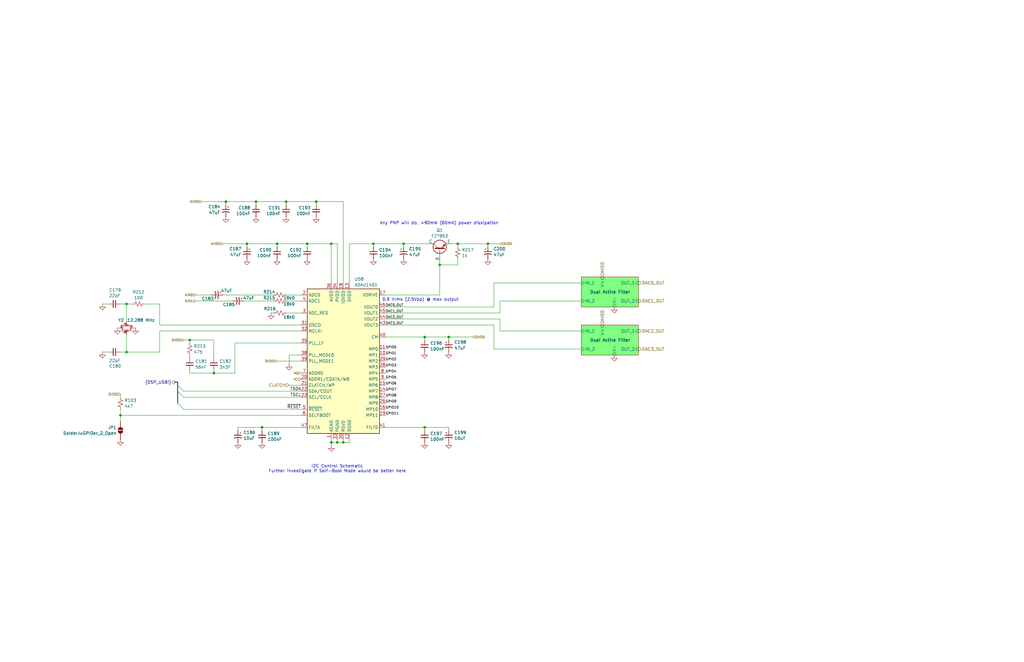
<source format=kicad_sch>
(kicad_sch (version 20250114) (generator "eeschema") (generator_version "9.0")
  (paper "B")
  (lib_symbols
    (symbol "DSP_AnalogDevices:ADAU1701"
      (property "Reference" "U" (at -12.7 31.75 0))
      (property "Value" "ADAU1701" (at 3.81 31.75 0))
      (symbol "ADAU1701_0_1"
        (rectangle (start -15.24 30.48) (end 15.24 -30.48) (stroke (width 0.254)) (fill (type background)))
      )
      (symbol "ADAU1701_1_1"
        (pin input line (at -17.78 27.94 0) (length 2.54) (name "ADC0") (number "2"))
        (pin input line (at -17.78 25.4 0) (length 2.54) (name "ADC1") (number "4"))
        (pin passive line (at -17.78 20.32 0) (length 2.54) (name "ADC_RES") (number "3"))
        (pin passive line (at -17.78 15.24 0) (length 2.54) (name "OSCO") (number "31"))
        (pin passive line (at -17.78 12.7 0) (length 2.54) (name "MCLKI") (number "32"))
        (pin passive line (at -17.78 7.62 0) (length 2.54) (name "PLL_LF") (number "35"))
        (pin input line (at -17.78 2.54 0) (length 2.54) (name "PLL_MODE0") (number "38"))
        (pin input line (at -17.78 0 0) (length 2.54) (name "PLL_MODE1") (number "39"))
        (pin input line (at -17.78 -5.08 0) (length 2.54) (name "ADDR0") (number "7"))
        (pin input line (at -17.78 -7.62 0) (length 2.54) (name "ADDR1/CDATA/WB") (number "20"))
        (pin bidirectional line (at -17.78 -10.16 0) (length 2.54) (name "CLATCH/WP") (number "21"))
        (pin bidirectional line (at -17.78 -12.7 0) (length 2.54) (name "SDA/COUT") (number "22"))
        (pin bidirectional line (at -17.78 -15.24 0) (length 2.54) (name "SCL/CCLK") (number "23"))
        (pin input line (at -17.78 -20.32 0) (length 2.54) (name "~{RESET}") (number "5"))
        (pin input line (at -17.78 -22.86 0) (length 2.54) (name "SELFBOOT") (number "6"))
        (pin output line (at -17.78 -27.94 0) (length 2.54) (name "FILTA") (number "47"))
        (pin power_in line (at -5.08 33.02 270) (length 2.54) (name "AVDD") (number "36"))
        (pin passive line (at -5.08 33.02 270) (length 2.54) (hide yes) (name "AVDD") (number "48"))
        (pin power_in line (at -5.08 -33.02 90) (length 2.54) (name "AGND") (number "1"))
        (pin passive line (at -5.08 -33.02 90) (length 2.54) (hide yes) (name "AGND") (number "37"))
        (pin passive line (at -5.08 -33.02 90) (length 2.54) (hide yes) (name "AGND") (number "42"))
        (pin power_in line (at -2.54 33.02 270) (length 2.54) (name "PVDD") (number "34"))
        (pin power_in line (at -2.54 -33.02 90) (length 2.54) (name "PGND") (number "33"))
        (pin power_in line (at 0 33.02 270) (length 2.54) (name "IOVDD") (number "18"))
        (pin passive line (at 0 -33.02 90) (length 2.54) (name "RSVD") (number "30"))
        (pin power_in line (at 2.54 33.02 270) (length 2.54) (name "DVDD") (number "13"))
        (pin passive line (at 2.54 33.02 270) (length 2.54) (hide yes) (name "DVDD") (number "24"))
        (pin power_in line (at 2.54 -33.02 90) (length 2.54) (name "DGND") (number "12"))
        (pin passive line (at 2.54 -33.02 90) (length 2.54) (hide yes) (name "DGND") (number "25"))
        (pin output line (at 17.78 27.94 180) (length 2.54) (name "VDRIVE") (number "17"))
        (pin output line (at 17.78 22.86 180) (length 2.54) (name "VOUT0") (number "46"))
        (pin output line (at 17.78 20.32 180) (length 2.54) (name "VOUT1") (number "45"))
        (pin output line (at 17.78 17.78 180) (length 2.54) (name "VOUT2") (number "44"))
        (pin output line (at 17.78 15.24 180) (length 2.54) (name "VOUT3") (number "43"))
        (pin output line (at 17.78 10.16 180) (length 2.54) (name "CM") (number "40"))
        (pin bidirectional line (at 17.78 5.08 180) (length 2.54) (name "MP0") (number "11"))
        (pin bidirectional line (at 17.78 2.54 180) (length 2.54) (name "MP1") (number "10"))
        (pin bidirectional line (at 17.78 0 180) (length 2.54) (name "MP2") (number "29"))
        (pin bidirectional line (at 17.78 -2.54 180) (length 2.54) (name "MP3") (number "28"))
        (pin bidirectional line (at 17.78 -5.08 180) (length 2.54) (name "MP4") (number "8"))
        (pin bidirectional line (at 17.78 -7.62 180) (length 2.54) (name "MP5") (number "9"))
        (pin bidirectional line (at 17.78 -10.16 180) (length 2.54) (name "MP6") (number "15"))
        (pin bidirectional line (at 17.78 -12.7 180) (length 2.54) (name "MP7") (number "14"))
        (pin bidirectional line (at 17.78 -15.24 180) (length 2.54) (name "MP8") (number "27"))
        (pin bidirectional line (at 17.78 -17.78 180) (length 2.54) (name "MP9") (number "26"))
        (pin bidirectional line (at 17.78 -20.32 180) (length 2.54) (name "MP10") (number "16"))
        (pin bidirectional line (at 17.78 -22.86 180) (length 2.54) (name "MP11") (number "19"))
        (pin output line (at 17.78 -27.94 180) (length 2.54) (name "FILTD") (number "41"))
      )
    )
    (symbol "Device:C_Polarized_Small_US" (pin_numbers (hide yes)) (pin_names (offset 0.254) (hide yes))
      (property "Reference" "C" (at 0.254 1.778 0))
      (property "Value" "C_Polarized_Small_US" (at 0.254 -2.032 0))
      (symbol "C_Polarized_Small_US_0_1"
        (polyline (pts (xy -1.524 0.508) (xy 1.524 0.508)) (stroke (width 0.3048)))
        (polyline (pts (xy -1.27 1.524) (xy -0.762 1.524)))
        (polyline (pts (xy -1.016 1.27) (xy -1.016 1.778)))
        (arc (start -1.524 -0.762) (mid 0 -0.3734) (end 1.524 -0.762) (stroke (width 0.3048)))
      )
      (symbol "C_Polarized_Small_US_1_1"
        (pin passive line (at 0 2.54 270) (length 2.032) (name "~") (number "1"))
        (pin passive line (at 0 -2.54 90) (length 2.032) (name "~") (number "2"))
      )
    )
    (symbol "Device:C_Small" (pin_numbers (hide yes)) (pin_names (offset 0.254) (hide yes))
      (property "Reference" "C" (at 0.254 1.778 0))
      (property "Value" "C_Small" (at 0.254 -2.032 0))
      (symbol "C_Small_0_1"
        (polyline (pts (xy -1.524 0.508) (xy 1.524 0.508)) (stroke (width 0.3048)))
        (polyline (pts (xy -1.524 -0.508) (xy 1.524 -0.508)) (stroke (width 0.3302)))
      )
      (symbol "C_Small_1_1"
        (pin passive line (at 0 2.54 270) (length 2.032) (name "~") (number "1"))
        (pin passive line (at 0 -2.54 90) (length 2.032) (name "~") (number "2"))
      )
    )
    (symbol "Device:Crystal_GND24_Small" (pin_names (offset 1.016) (hide yes))
      (property "Reference" "Y" (at 1.27 4.445 0))
      (property "Value" "Crystal_GND24_Small" (at 1.27 2.54 0))
      (symbol "Crystal_GND24_Small_0_1"
        (polyline (pts (xy -1.27 1.27) (xy -1.27 1.905) (xy 1.27 1.905) (xy 1.27 1.27)))
        (polyline (pts (xy -1.27 -0.762) (xy -1.27 0.762)) (stroke (width 0.381)))
        (polyline (pts (xy -1.27 -1.27) (xy -1.27 -1.905) (xy 1.27 -1.905) (xy 1.27 -1.27)))
        (rectangle (start -0.762 -1.524) (end 0.762 1.524))
        (polyline (pts (xy 1.27 -0.762) (xy 1.27 0.762)) (stroke (width 0.381)))
      )
      (symbol "Crystal_GND24_Small_1_1"
        (pin passive line (at -2.54 0 0) (length 1.27) (name "1") (number "1"))
        (pin passive line (at 0 2.54 270) (length 0.635) (name "4") (number "4"))
        (pin passive line (at 0 -2.54 90) (length 0.635) (name "2") (number "2"))
        (pin passive line (at 2.54 0 180) (length 1.27) (name "3") (number "3"))
      )
    )
    (symbol "Device:R_Small_US" (pin_numbers (hide yes)) (pin_names (offset 0.254) (hide yes))
      (property "Reference" "R" (at 0.762 0.508 0))
      (property "Value" "R_Small_US" (at 0.762 -1.016 0))
      (symbol "R_Small_US_1_1"
        (polyline (pts (xy 0 1.524) (xy 1.016 1.143) (xy 0 0.762) (xy -1.016 0.381) (xy 0 0)))
        (polyline (pts (xy 0 0) (xy 1.016 -0.381) (xy 0 -0.762) (xy -1.016 -1.143) (xy 0 -1.524)))
        (pin passive line (at 0 2.54 270) (length 1.016) (name "~") (number "1"))
        (pin passive line (at 0 -2.54 90) (length 1.016) (name "~") (number "2"))
      )
    )
    (symbol "Jumper:SolderJumper_2_Open" (pin_numbers (hide yes)) (pin_names (offset 0) (hide yes)) (exclude_from_sim yes) (in_bom no)
      (property "Reference" "JP" (at 0 2.032 0))
      (property "Value" "SolderJumper_2_Open" (at 0 -2.54 0))
      (symbol "SolderJumper_2_Open_0_1"
        (polyline (pts (xy -0.254 1.016) (xy -0.254 -1.016)))
        (arc (start -0.254 -1.016) (mid -1.2656 0) (end -0.254 1.016))
        (arc (start -0.254 -1.016) (mid -1.2656 0) (end -0.254 1.016) (fill (type outline)))
        (arc (start 0.254 1.016) (mid 1.2656 0) (end 0.254 -1.016))
        (arc (start 0.254 1.016) (mid 1.2656 0) (end 0.254 -1.016) (fill (type outline)))
        (polyline (pts (xy 0.254 1.016) (xy 0.254 -1.016)))
      )
      (symbol "SolderJumper_2_Open_1_1"
        (pin passive line (at -3.81 0 0) (length 2.54) (name "A") (number "1"))
        (pin passive line (at 3.81 0 180) (length 2.54) (name "B") (number "2"))
      )
    )
    (symbol "Simulation_SPICE:PNP" (pin_numbers (hide yes)) (pin_names (offset 0))
      (property "Reference" "Q" (at -2.54 7.62 0))
      (property "Value" "PNP" (at -2.54 5.08 0))
      (symbol "PNP_0_1"
        (polyline (pts (xy -2.54 0) (xy 0.635 0)) (stroke (width 0.1524)))
        (polyline (pts (xy 0.635 1.905) (xy 0.635 -1.905) (xy 0.635 -1.905)) (stroke (width 0.508)))
        (polyline (pts (xy 0.635 0.635) (xy 2.54 2.54)))
        (polyline (pts (xy 0.635 -0.635) (xy 2.54 -2.54) (xy 2.54 -2.54)))
        (circle (center 1.27 0) (radius 2.8194) (stroke (width 0.254)))
        (polyline (pts (xy 2.286 -1.778) (xy 1.778 -2.286) (xy 1.27 -1.27) (xy 2.286 -1.778) (xy 2.286 -1.778)) (fill (type outline)))
      )
      (symbol "PNP_1_1"
        (pin input line (at -5.08 0 0) (length 2.54) (name "B") (number "2"))
        (pin open_collector line (at 2.54 5.08 270) (length 2.54) (name "C") (number "1"))
        (pin open_emitter line (at 2.54 -5.08 90) (length 2.54) (name "E") (number "3"))
      )
    )
    (symbol "power:GND" (power) (pin_numbers (hide yes)) (pin_names (offset 0) (hide yes))
      (property "Value" "GND" (at 0 -3.81 0))
      (symbol "GND_0_1"
        (polyline (pts (xy 0 0) (xy 0 -1.27) (xy 1.27 -1.27) (xy 0 -2.54) (xy -1.27 -1.27) (xy 0 -1.27)))
      )
      (symbol "GND_1_1"
        (pin power_in line (at 0 0 270) (length 0) (name "~") (number "1"))
      )
    )
  )
  (text "Any PNP will do, >90mW (60mA) power dissipation" (at 185.166 94.234 0) (effects (font (size 1.27 1.27))))
  (text "I2C Control Schematic\nFurther investigate if Self-Boot Mode would be better here" (at 142.24 197.866 0) (effects (font (size 1.27 1.27))))
  (text "0.9 Vrms (2.5Vpp) @ max output" (at 177.292 126.492 0) (effects (font (size 1.27 1.27))))
  (junction (at 110.49 180.34))
  (junction (at 120.65 85.09))
  (junction (at 179.07 142.24))
  (junction (at 80.01 143.51))
  (junction (at 144.78 186.69))
  (junction (at 170.18 102.87))
  (junction (at 90.17 157.48))
  (junction (at 193.04 102.87))
  (junction (at 50.8 175.26))
  (junction (at 107.95 85.09))
  (junction (at 116.84 102.87))
  (junction (at 129.54 102.87))
  (junction (at 142.24 186.69))
  (junction (at 157.48 102.87))
  (junction (at 185.42 111.76))
  (junction (at 104.14 102.87))
  (junction (at 139.7 186.69))
  (junction (at 189.23 142.24))
  (junction (at 205.74 102.87))
  (junction (at 53.34 148.59))
  (junction (at 133.35 85.09))
  (junction (at 53.34 128.27))
  (junction (at 179.07 180.34))
  (junction (at 95.25 85.09))
  (junction (at 139.7 102.87))
  (bus_entry (at 74.93 162.56) (size 2.54 2.54))
  (bus_entry (at 74.93 165.1) (size 2.54 2.54))
  (bus_entry (at 74.93 170.18) (size 2.54 2.54))
  (wire (pts (xy 210.82 139.7) (xy 245.11 139.7)))
  (wire (pts (xy 144.78 85.09) (xy 144.78 119.38)))
  (wire (pts (xy 127 180.34) (xy 110.49 180.34)))
  (wire (pts (xy 179.07 142.24) (xy 162.56 142.24)))
  (wire (pts (xy 142.24 185.42) (xy 142.24 186.69)))
  (wire (pts (xy 50.8 128.27) (xy 53.34 128.27)))
  (wire (pts (xy 121.92 149.86) (xy 127 149.86)))
  (wire (pts (xy 116.84 102.87) (xy 129.54 102.87)))
  (wire (pts (xy 57.15 138.43) (xy 55.88 138.43)))
  (wire (pts (xy 133.35 85.09) (xy 120.65 85.09)))
  (wire (pts (xy 67.31 128.27) (xy 67.31 137.16)))
  (wire (pts (xy 49.53 138.43) (xy 50.8 138.43)))
  (wire (pts (xy 142.24 186.69) (xy 144.78 186.69)))
  (wire (pts (xy 170.18 102.87) (xy 180.34 102.87)))
  (wire (pts (xy 121.92 162.56) (xy 127 162.56)))
  (wire (pts (xy 120.65 85.09) (xy 107.95 85.09)))
  (wire (pts (xy 162.56 180.34) (xy 179.07 180.34)))
  (wire (pts (xy 193.04 102.87) (xy 205.74 102.87)))
  (wire (pts (xy 189.23 143.51) (xy 189.23 142.24)))
  (wire (pts (xy 100.33 181.61) (xy 100.33 180.34)))
  (wire (pts (xy 77.47 167.64) (xy 127 167.64)))
  (wire (pts (xy 208.28 147.32) (xy 245.11 147.32)))
  (wire (pts (xy 139.7 186.69) (xy 139.7 187.96)))
  (wire (pts (xy 116.84 152.4) (xy 127 152.4)))
  (wire (pts (xy 210.82 132.08) (xy 210.82 127)))
  (wire (pts (xy 179.07 142.24) (xy 179.07 143.51)))
  (wire (pts (xy 110.49 180.34) (xy 110.49 181.61)))
  (wire (pts (xy 82.55 127) (xy 97.79 127)))
  (wire (pts (xy 179.07 180.34) (xy 179.07 181.61)))
  (wire (pts (xy 53.34 148.59) (xy 53.34 140.97)))
  (wire (pts (xy 193.04 111.76) (xy 185.42 111.76)))
  (wire (pts (xy 147.32 185.42) (xy 147.32 186.69)))
  (wire (pts (xy 107.95 85.09) (xy 107.95 86.36)))
  (wire (pts (xy 99.06 157.48) (xy 90.17 157.48)))
  (bus (pts (xy 74.93 165.1) (xy 74.93 170.18)))
  (wire (pts (xy 67.31 137.16) (xy 127 137.16)))
  (wire (pts (xy 133.35 85.09) (xy 144.78 85.09)))
  (wire (pts (xy 129.54 102.87) (xy 139.7 102.87)))
  (wire (pts (xy 77.47 143.51) (xy 80.01 143.51)))
  (wire (pts (xy 110.49 180.34) (xy 100.33 180.34)))
  (wire (pts (xy 179.07 180.34) (xy 189.23 180.34)))
  (wire (pts (xy 162.56 129.54) (xy 208.28 129.54)))
  (wire (pts (xy 107.95 85.09) (xy 95.25 85.09)))
  (wire (pts (xy 189.23 142.24) (xy 199.39 142.24)))
  (wire (pts (xy 90.17 143.51) (xy 80.01 143.51)))
  (wire (pts (xy 205.74 102.87) (xy 210.82 102.87)))
  (wire (pts (xy 120.65 85.09) (xy 120.65 86.36)))
  (wire (pts (xy 116.84 102.87) (xy 116.84 104.14)))
  (wire (pts (xy 127 139.7) (xy 67.31 139.7)))
  (wire (pts (xy 139.7 102.87) (xy 139.7 119.38)))
  (wire (pts (xy 82.55 124.46) (xy 88.9 124.46)))
  (wire (pts (xy 50.8 177.8) (xy 50.8 175.26)))
  (wire (pts (xy 189.23 142.24) (xy 179.07 142.24)))
  (wire (pts (xy 185.42 124.46) (xy 185.42 111.76)))
  (wire (pts (xy 45.72 148.59) (xy 43.18 148.59)))
  (wire (pts (xy 193.04 109.22) (xy 193.04 111.76)))
  (wire (pts (xy 157.48 102.87) (xy 147.32 102.87)))
  (wire (pts (xy 189.23 181.61) (xy 189.23 180.34)))
  (wire (pts (xy 210.82 134.62) (xy 210.82 139.7)))
  (wire (pts (xy 147.32 186.69) (xy 144.78 186.69)))
  (wire (pts (xy 129.54 102.87) (xy 129.54 104.14)))
  (wire (pts (xy 90.17 143.51) (xy 90.17 151.13)))
  (wire (pts (xy 45.72 128.27) (xy 43.18 128.27)))
  (wire (pts (xy 208.28 137.16) (xy 208.28 147.32)))
  (wire (pts (xy 157.48 102.87) (xy 157.48 104.14)))
  (wire (pts (xy 85.09 85.09) (xy 95.25 85.09)))
  (wire (pts (xy 80.01 151.13) (xy 80.01 149.86)))
  (wire (pts (xy 50.8 172.72) (xy 50.8 175.26)))
  (wire (pts (xy 185.42 111.76) (xy 185.42 110.49)))
  (wire (pts (xy 60.96 128.27) (xy 67.31 128.27)))
  (wire (pts (xy 147.32 102.87) (xy 147.32 119.38)))
  (wire (pts (xy 170.18 102.87) (xy 157.48 102.87)))
  (wire (pts (xy 99.06 144.78) (xy 99.06 157.48)))
  (wire (pts (xy 50.8 148.59) (xy 53.34 148.59)))
  (wire (pts (xy 162.56 132.08) (xy 210.82 132.08)))
  (wire (pts (xy 53.34 128.27) (xy 55.88 128.27)))
  (wire (pts (xy 162.56 137.16) (xy 208.28 137.16)))
  (wire (pts (xy 53.34 128.27) (xy 53.34 135.89)))
  (wire (pts (xy 99.06 144.78) (xy 127 144.78)))
  (wire (pts (xy 120.65 132.08) (xy 127 132.08)))
  (wire (pts (xy 90.17 156.21) (xy 90.17 157.48)))
  (wire (pts (xy 193.04 104.14) (xy 193.04 102.87)))
  (wire (pts (xy 50.8 175.26) (xy 127 175.26)))
  (wire (pts (xy 208.28 129.54) (xy 208.28 119.38)))
  (wire (pts (xy 93.98 102.87) (xy 104.14 102.87)))
  (wire (pts (xy 142.24 102.87) (xy 139.7 102.87)))
  (wire (pts (xy 133.35 85.09) (xy 133.35 86.36)))
  (wire (pts (xy 193.04 102.87) (xy 190.5 102.87)))
  (wire (pts (xy 80.01 144.78) (xy 80.01 143.51)))
  (wire (pts (xy 102.87 127) (xy 115.57 127)))
  (bus (pts (xy 74.93 162.56) (xy 74.93 165.1)))
  (wire (pts (xy 120.65 127) (xy 127 127)))
  (wire (pts (xy 50.8 166.37) (xy 50.8 167.64)))
  (wire (pts (xy 162.56 134.62) (xy 210.82 134.62)))
  (wire (pts (xy 67.31 148.59) (xy 53.34 148.59)))
  (wire (pts (xy 139.7 186.69) (xy 142.24 186.69)))
  (wire (pts (xy 93.98 124.46) (xy 115.57 124.46)))
  (wire (pts (xy 162.56 124.46) (xy 185.42 124.46)))
  (bus (pts (xy 74.93 161.29) (xy 73.66 161.29)))
  (wire (pts (xy 80.01 157.48) (xy 80.01 156.21)))
  (wire (pts (xy 77.47 165.1) (xy 127 165.1)))
  (wire (pts (xy 67.31 139.7) (xy 67.31 148.59)))
  (wire (pts (xy 114.3 132.08) (xy 115.57 132.08)))
  (wire (pts (xy 210.82 127) (xy 245.11 127)))
  (wire (pts (xy 121.92 149.86) (xy 121.92 153.67)))
  (wire (pts (xy 144.78 185.42) (xy 144.78 186.69)))
  (wire (pts (xy 77.47 172.72) (xy 127 172.72)))
  (wire (pts (xy 90.17 157.48) (xy 80.01 157.48)))
  (wire (pts (xy 104.14 102.87) (xy 116.84 102.87)))
  (wire (pts (xy 142.24 119.38) (xy 142.24 102.87)))
  (wire (pts (xy 208.28 119.38) (xy 245.11 119.38)))
  (wire (pts (xy 205.74 102.87) (xy 205.74 104.14)))
  (wire (pts (xy 104.14 102.87) (xy 104.14 104.14)))
  (wire (pts (xy 139.7 185.42) (xy 139.7 186.69)))
  (wire (pts (xy 95.25 85.09) (xy 95.25 86.36)))
  (bus (pts (xy 74.93 161.29) (xy 74.93 162.56)))
  (wire (pts (xy 170.18 102.87) (xy 170.18 104.14)))
  (wire (pts (xy 120.65 124.46) (xy 127 124.46)))
  (label "GPIO5" (at 162.56 160.02 0) (effects (font (size 1 1))))
  (label "TSCL" (at 127 167.64 180))
  (label "GPIO1" (at 162.56 149.86 0) (effects (font (size 1 1))))
  (label "GPIO11" (at 162.56 175.26 0) (effects (font (size 1 1))))
  (label "DAC0_OUT" (at 162.56 129.54 0) (effects (font (size 1 1))))
  (label "GPIO8" (at 162.56 167.64 0) (effects (font (size 1 1))))
  (label "GPIO0" (at 162.56 147.32 0) (effects (font (size 1 1))))
  (label "GPIO2" (at 162.56 152.4 0) (effects (font (size 1 1))))
  (label "GPIO10" (at 162.56 172.72 0) (effects (font (size 1 1))))
  (label "~{RESET}" (at 127 172.72 180))
  (label "GPIO3" (at 162.56 154.94 0) (effects (font (size 1 1))))
  (label "DAC2_OUT" (at 162.56 134.62 0) (effects (font (size 1 1))))
  (label "GPIO7" (at 162.56 165.1 0) (effects (font (size 1 1))))
  (label "TSDA" (at 127 165.1 180))
  (label "DAC3_OUT" (at 162.56 137.16 0) (effects (font (size 1 1))))
  (label "GPIO4" (at 162.56 157.48 0) (effects (font (size 1 1))))
  (label "GPIO6" (at 162.56 162.56 0) (effects (font (size 1 1))))
  (label "GPIO9" (at 162.56 170.18 0) (effects (font (size 1 1))))
  (label "DAC1_OUT" (at 162.56 132.08 0) (effects (font (size 1 1))))
  (hierarchical_label "DVDD" (shape input) (at 199.39 142.24 0) (effects (font (size 1 1))))
  (hierarchical_label "AIN1" (shape input) (at 82.55 127 180) (effects (font (size 1 1))))
  (hierarchical_label "AVDD" (shape input) (at 254 137.16 90))
  (hierarchical_label "A0" (shape input) (at 127 157.48 180) (effects (font (size 1 1))))
  (hierarchical_label "DAC2_OUT" (shape output) (at 269.24 139.7 0))
  (hierarchical_label "DVDD" (shape input) (at 77.47 143.51 180) (effects (font (size 1 1))))
  (hierarchical_label "AIN0" (shape input) (at 82.55 124.46 180) (effects (font (size 1 1))))
  (hierarchical_label "{DSP_USBi}" (shape output) (at 73.66 161.29 180))
  (hierarchical_label "DVDD" (shape input) (at 50.8 166.37 180) (effects (font (size 1 1))))
  (hierarchical_label "DAC0_OUT" (shape output) (at 269.24 119.38 0))
  (hierarchical_label "DAC1_OUT" (shape output) (at 269.24 127 0))
  (hierarchical_label "AVDD" (shape input) (at 93.98 102.87 180) (effects (font (size 1 1))))
  (hierarchical_label "AVDD" (shape input) (at 254 116.84 90))
  (hierarchical_label "DAC3_OUT" (shape output) (at 269.24 147.32 0))
  (hierarchical_label "DVDD" (shape input) (at 210.82 102.87 0) (effects (font (size 1 1))))
  (hierarchical_label "CLATCH" (shape input) (at 121.92 162.56 180))
  (hierarchical_label "A1" (shape input) (at 127 160.02 180) (effects (font (size 1 1))))
  (hierarchical_label "AVDD" (shape input) (at 85.09 85.09 180) (effects (font (size 1 1))))
  (hierarchical_label "DVDD" (shape input) (at 116.84 152.4 180) (effects (font (size 1 1))))
  (symbol (lib_id "Jumper:SolderJumper_2_Open") (at 50.8 181.61 90) (unit 1) (exclude_from_sim yes) (in_bom no)
    (property "Reference" "JP1" (at 49.149 180.3978 90) (effects (justify left)))
    (property "Value" "SolderJuGPIOer_2_Open" (at 49.149 182.8221 90) (effects (justify left)))
    (property "Description" "Solder Jumper, 2-pole, open" (effects (hide yes)))
    (instances (project "PilotAudioPanel" (path "" (reference "JP1") (unit 1)) (path "" (reference "JP2") (unit 1)) (path "" (reference "JP3") (unit 1))))
  )
  (symbol (lib_id "Device:C_Small") (at 107.95 88.9 0) (mirror y) (unit 1)
    (property "Reference" "C188" (at 105.6259 87.6941 0) (effects (justify left)))
    (property "Value" "100nF" (at 105.6259 90.1184 0) (effects (justify left)))
    (property "Description" "Unpolarized capacitor, small symbol" (effects (hide yes)))
    (instances (project "PilotAudioPanel" (path "" (reference "C188") (unit 1)) (path "" (reference "C450") (unit 1)) (path "" (reference "C492") (unit 1))))
  )
  (symbol (lib_id "power:GND") (at 179.07 148.59 0) (unit 1)
    (property "Reference" "#PWR0353" (effects (hide yes)))
    (property "Value" "GND" (effects (hide yes)))
    (property "Description" "Power symbol creates a global label with name \"GND\" , ground" (effects (hide yes)))
    (instances (project "PilotAudioPanel" (path "" (reference "#PWR0353") (unit 1)) (path "" (reference "#PWR0621") (unit 1)) (path "" (reference "#PWR0663") (unit 1))))
  )
  (symbol (lib_id "power:GND") (at 139.7 187.96 0) (unit 1)
    (property "Reference" "#PWR0350" (effects (hide yes)))
    (property "Value" "GND" (effects (hide yes)))
    (property "Description" "Power symbol creates a global label with name \"GND\" , ground" (effects (hide yes)))
    (instances (project "PilotAudioPanel" (path "" (reference "#PWR0350") (unit 1)) (path "" (reference "#PWR0618") (unit 1)) (path "" (reference "#PWR0660") (unit 1))))
  )
  (symbol (lib_id "power:GND") (at 189.23 186.69 0) (unit 1)
    (property "Reference" "#PWR0356" (effects (hide yes)))
    (property "Value" "GND" (effects (hide yes)))
    (property "Description" "Power symbol creates a global label with name \"GND\" , ground" (effects (hide yes)))
    (instances (project "PilotAudioPanel" (path "" (reference "#PWR0356") (unit 1)) (path "" (reference "#PWR0624") (unit 1)) (path "" (reference "#PWR0666") (unit 1))))
  )
  (symbol (lib_id "power:GND") (at 100.33 186.69 0) (mirror y) (unit 1)
    (property "Reference" "#PWR0340" (effects (hide yes)))
    (property "Value" "GND" (effects (hide yes)))
    (property "Description" "Power symbol creates a global label with name \"GND\" , ground" (effects (hide yes)))
    (instances (project "PilotAudioPanel" (path "" (reference "#PWR0340") (unit 1)) (path "" (reference "#PWR0608") (unit 1)) (path "" (reference "#PWR0650") (unit 1))))
  )
  (symbol (lib_id "power:GND") (at 114.3 132.08 0) (unit 1)
    (property "Reference" "#PWR0344" (effects (hide yes)))
    (property "Value" "GND" (effects (hide yes)))
    (property "Description" "Power symbol creates a global label with name \"GND\" , ground" (effects (hide yes)))
    (instances (project "PilotAudioPanel" (path "" (reference "#PWR0344") (unit 1)) (path "" (reference "#PWR0612") (unit 1)) (path "" (reference "#PWR0654") (unit 1))))
  )
  (symbol (lib_id "power:GND") (at 170.18 109.22 0) (unit 1)
    (property "Reference" "#PWR0352" (effects (hide yes)))
    (property "Value" "GND" (effects (hide yes)))
    (property "Description" "Power symbol creates a global label with name \"GND\" , ground" (effects (hide yes)))
    (instances (project "PilotAudioPanel" (path "" (reference "#PWR0352") (unit 1)) (path "" (reference "#PWR0620") (unit 1)) (path "" (reference "#PWR0662") (unit 1))))
  )
  (symbol (lib_id "Device:C_Polarized_Small_US") (at 100.33 127 270) (unit 1)
    (property "Reference" "C185" (at 96.52 128.524 90))
    (property "Value" "47uF" (at 104.902 125.73 90))
    (property "Description" "Polarized capacitor, small US symbol" (effects (hide yes)))
    (instances (project "PilotAudioPanel" (path "" (reference "C185") (unit 1)) (path "" (reference "C447") (unit 1)) (path "" (reference "C489") (unit 1))))
  )
  (symbol (lib_id "Device:C_Polarized_Small_US") (at 104.14 106.68 0) (mirror y) (unit 1)
    (property "Reference" "C187" (at 101.8286 105.036 0) (effects (justify left)))
    (property "Value" "47uF" (at 101.8286 107.4603 0) (effects (justify left)))
    (property "Description" "Polarized capacitor, small US symbol" (effects (hide yes)))
    (instances (project "PilotAudioPanel" (path "" (reference "C187") (unit 1)) (path "" (reference "C449") (unit 1)) (path "" (reference "C491") (unit 1))))
  )
  (symbol (lib_id "power:GND") (at 95.25 91.44 0) (mirror y) (unit 1)
    (property "Reference" "#PWR0339" (effects (hide yes)))
    (property "Value" "GND" (effects (hide yes)))
    (property "Description" "Power symbol creates a global label with name \"GND\" , ground" (effects (hide yes)))
    (instances (project "PilotAudioPanel" (path "" (reference "#PWR0339") (unit 1)) (path "" (reference "#PWR0607") (unit 1)) (path "" (reference "#PWR0649") (unit 1))))
  )
  (symbol (lib_id "power:GND") (at 189.23 148.59 0) (unit 1)
    (property "Reference" "#PWR0355" (effects (hide yes)))
    (property "Value" "GND" (effects (hide yes)))
    (property "Description" "Power symbol creates a global label with name \"GND\" , ground" (effects (hide yes)))
    (instances (project "PilotAudioPanel" (path "" (reference "#PWR0355") (unit 1)) (path "" (reference "#PWR0623") (unit 1)) (path "" (reference "#PWR0665") (unit 1))))
  )
  (symbol (lib_id "Device:C_Small") (at 120.65 88.9 0) (mirror y) (unit 1)
    (property "Reference" "C191" (at 118.3259 87.6941 0) (effects (justify left)))
    (property "Value" "100nF" (at 118.3259 90.1184 0) (effects (justify left)))
    (property "Description" "Unpolarized capacitor, small symbol" (effects (hide yes)))
    (instances (project "PilotAudioPanel" (path "" (reference "C191") (unit 1)) (path "" (reference "C453") (unit 1)) (path "" (reference "C495") (unit 1))))
  )
  (symbol (lib_id "Device:C_Polarized_Small_US") (at 189.23 184.15 0) (unit 1)
    (property "Reference" "C199" (at 191.5414 182.506 0) (effects (justify left)))
    (property "Value" "10uF" (at 191.5414 184.9303 0) (effects (justify left)))
    (property "Description" "Polarized capacitor, small US symbol" (effects (hide yes)))
    (instances (project "PilotAudioPanel" (path "" (reference "C199") (unit 1)) (path "" (reference "C461") (unit 1)) (path "" (reference "C503") (unit 1))))
  )
  (symbol (lib_id "power:GND") (at 43.18 128.27 0) (unit 1)
    (property "Reference" "#PWR046" (effects (hide yes)))
    (property "Value" "GND" (effects (hide yes)))
    (property "Description" "Power symbol creates a global label with name \"GND\" , ground" (effects (hide yes)))
    (instances (project "PilotAudioPanel" (path "" (reference "#PWR046") (unit 1)) (path "" (reference "#PWR0602") (unit 1)) (path "" (reference "#PWR0644") (unit 1))))
  )
  (symbol (lib_id "power:GND") (at 116.84 109.22 0) (mirror y) (unit 1)
    (property "Reference" "#PWR0345" (effects (hide yes)))
    (property "Value" "GND" (effects (hide yes)))
    (property "Description" "Power symbol creates a global label with name \"GND\" , ground" (effects (hide yes)))
    (instances (project "PilotAudioPanel" (path "" (reference "#PWR0345") (unit 1)) (path "" (reference "#PWR0613") (unit 1)) (path "" (reference "#PWR0655") (unit 1))))
  )
  (symbol (lib_id "power:GND") (at 43.18 148.59 0) (unit 1)
    (property "Reference" "#PWR0335" (effects (hide yes)))
    (property "Value" "GND" (effects (hide yes)))
    (property "Description" "Power symbol creates a global label with name \"GND\" , ground" (effects (hide yes)))
    (instances (project "PilotAudioPanel" (path "" (reference "#PWR0335") (unit 1)) (path "" (reference "#PWR0603") (unit 1)) (path "" (reference "#PWR0645") (unit 1))))
  )
  (symbol (lib_id "Device:C_Small") (at 48.26 128.27 270) (mirror x) (unit 1)
    (property "Reference" "C179" (at 45.974 122.428 90) (effects (justify left)))
    (property "Value" "22pF" (at 45.974 124.714 90) (effects (justify left)))
    (property "Description" "Unpolarized capacitor, small symbol" (effects (hide yes)))
    (instances (project "PilotAudioPanel" (path "" (reference "C179") (unit 1)) (path "" (reference "C441") (unit 1)) (path "" (reference "C483") (unit 1))))
  )
  (symbol (lib_id "power:GND") (at 179.07 186.69 0) (unit 1)
    (property "Reference" "#PWR0354" (effects (hide yes)))
    (property "Value" "GND" (effects (hide yes)))
    (property "Description" "Power symbol creates a global label with name \"GND\" , ground" (effects (hide yes)))
    (instances (project "PilotAudioPanel" (path "" (reference "#PWR0354") (unit 1)) (path "" (reference "#PWR0622") (unit 1)) (path "" (reference "#PWR0664") (unit 1))))
  )
  (symbol (lib_id "Device:C_Polarized_Small_US") (at 189.23 146.05 0) (unit 1)
    (property "Reference" "C198" (at 191.5414 144.406 0) (effects (justify left)))
    (property "Value" "47uF" (at 191.5414 146.8303 0) (effects (justify left)))
    (property "Description" "Polarized capacitor, small US symbol" (effects (hide yes)))
    (instances (project "PilotAudioPanel" (path "" (reference "C198") (unit 1)) (path "" (reference "C460") (unit 1)) (path "" (reference "C502") (unit 1))))
  )
  (symbol (lib_id "Device:C_Polarized_Small_US") (at 205.74 106.68 0) (unit 1)
    (property "Reference" "C200" (at 208.0514 105.036 0) (effects (justify left)))
    (property "Value" "47uF" (at 208.0514 107.4603 0) (effects (justify left)))
    (property "Description" "Polarized capacitor, small US symbol" (effects (hide yes)))
    (instances (project "PilotAudioPanel" (path "" (reference "C200") (unit 1)) (path "" (reference "C462") (unit 1)) (path "" (reference "C504") (unit 1))))
  )
  (symbol (lib_id "power:GND") (at 205.74 109.22 0) (unit 1)
    (property "Reference" "#PWR0357" (effects (hide yes)))
    (property "Value" "GND" (effects (hide yes)))
    (property "Description" "Power symbol creates a global label with name \"GND\" , ground" (effects (hide yes)))
    (instances (project "PilotAudioPanel" (path "" (reference "#PWR0357") (unit 1)) (path "" (reference "#PWR0625") (unit 1)) (path "" (reference "#PWR0667") (unit 1))))
  )
  (symbol (lib_id "power:GND") (at 259.08 129.54 0) (unit 1)
    (property "Reference" "#PWR0358" (effects (hide yes)))
    (property "Value" "GND" (effects (hide yes)))
    (property "Description" "Power symbol creates a global label with name \"GND\" , ground" (effects (hide yes)))
    (instances (project "PilotAudioPanel" (path "" (reference "#PWR0358") (unit 1)) (path "" (reference "#PWR0626") (unit 1)) (path "" (reference "#PWR0668") (unit 1))))
  )
  (symbol (lib_id "power:GND") (at 121.92 153.67 0) (mirror y) (unit 1)
    (property "Reference" "#PWR0347" (effects (hide yes)))
    (property "Value" "GND" (effects (hide yes)))
    (property "Description" "Power symbol creates a global label with name \"GND\" , ground" (effects (hide yes)))
    (instances (project "PilotAudioPanel" (path "" (reference "#PWR0347") (unit 1)) (path "" (reference "#PWR0615") (unit 1)) (path "" (reference "#PWR0657") (unit 1))))
  )
  (symbol (lib_id "power:GND") (at 107.95 91.44 0) (mirror y) (unit 1)
    (property "Reference" "#PWR0342" (effects (hide yes)))
    (property "Value" "GND" (effects (hide yes)))
    (property "Description" "Power symbol creates a global label with name \"GND\" , ground" (effects (hide yes)))
    (instances (project "PilotAudioPanel" (path "" (reference "#PWR0342") (unit 1)) (path "" (reference "#PWR0610") (unit 1)) (path "" (reference "#PWR0652") (unit 1))))
  )
  (symbol (lib_id "Device:R_Small_US") (at 80.01 147.32 0) (unit 1)
    (property "Reference" "R213" (at 81.661 146.1078 0) (effects (justify left)))
    (property "Value" "475" (at 81.661 148.5321 0) (effects (justify left)))
    (property "Description" "Resistor, small US symbol" (effects (hide yes)))
    (instances (project "PilotAudioPanel" (path "" (reference "R213") (unit 1)) (path "" (reference "R244") (unit 1)) (path "" (reference "R313") (unit 1))))
  )
  (symbol (lib_id "power:GND") (at 104.14 109.22 0) (mirror y) (unit 1)
    (property "Reference" "#PWR0341" (effects (hide yes)))
    (property "Value" "GND" (effects (hide yes)))
    (property "Description" "Power symbol creates a global label with name \"GND\" , ground" (effects (hide yes)))
    (instances (project "PilotAudioPanel" (path "" (reference "#PWR0341") (unit 1)) (path "" (reference "#PWR0609") (unit 1)) (path "" (reference "#PWR0651") (unit 1))))
  )
  (symbol (lib_id "Device:R_Small_US") (at 118.11 127 90) (unit 1)
    (property "Reference" "R215" (at 113.538 125.73 90))
    (property "Value" "18k0" (at 121.92 128.27 90))
    (property "Description" "Resistor, small US symbol" (effects (hide yes)))
    (instances (project "PilotAudioPanel" (path "" (reference "R215") (unit 1)) (path "" (reference "R292") (unit 1)) (path "" (reference "R315") (unit 1))))
  )
  (symbol (lib_id "Device:C_Small") (at 80.01 153.67 0) (unit 1)
    (property "Reference" "C181" (at 82.3341 152.4641 0) (effects (justify left)))
    (property "Value" "56nF" (at 82.3341 154.8884 0) (effects (justify left)))
    (property "Description" "Unpolarized capacitor, small symbol" (effects (hide yes)))
    (instances (project "PilotAudioPanel" (path "" (reference "C181") (unit 1)) (path "" (reference "C443") (unit 1)) (path "" (reference "C485") (unit 1))))
  )
  (symbol (lib_id "power:GND") (at 259.08 149.86 0) (unit 1)
    (property "Reference" "#PWR0359" (effects (hide yes)))
    (property "Value" "GND" (effects (hide yes)))
    (property "Description" "Power symbol creates a global label with name \"GND\" , ground" (effects (hide yes)))
    (instances (project "PilotAudioPanel" (path "" (reference "#PWR0359") (unit 1)) (path "" (reference "#PWR0627") (unit 1)) (path "" (reference "#PWR0669") (unit 1))))
  )
  (symbol (lib_id "power:GND") (at 110.49 186.69 0) (mirror y) (unit 1)
    (property "Reference" "#PWR0343" (effects (hide yes)))
    (property "Value" "GND" (effects (hide yes)))
    (property "Description" "Power symbol creates a global label with name \"GND\" , ground" (effects (hide yes)))
    (instances (project "PilotAudioPanel" (path "" (reference "#PWR0343") (unit 1)) (path "" (reference "#PWR0611") (unit 1)) (path "" (reference "#PWR0653") (unit 1))))
  )
  (symbol (lib_id "power:GND") (at 49.53 138.43 0) (unit 1)
    (property "Reference" "#PWR0336" (effects (hide yes)))
    (property "Value" "GND" (effects (hide yes)))
    (property "Description" "Power symbol creates a global label with name \"GND\" , ground" (effects (hide yes)))
    (instances (project "PilotAudioPanel" (path "" (reference "#PWR0336") (unit 1)) (path "" (reference "#PWR0604") (unit 1)) (path "" (reference "#PWR0646") (unit 1))))
  )
  (symbol (lib_id "Device:C_Polarized_Small_US") (at 91.44 124.46 270) (unit 1)
    (property "Reference" "C183" (at 87.63 125.984 90))
    (property "Value" "47uF" (at 95.504 122.682 90))
    (property "Description" "Polarized capacitor, small US symbol" (effects (hide yes)))
    (instances (project "PilotAudioPanel" (path "" (reference "C183") (unit 1)) (path "" (reference "C445") (unit 1)) (path "" (reference "C487") (unit 1))))
  )
  (symbol (lib_id "power:GND") (at 133.35 91.44 0) (mirror y) (unit 1)
    (property "Reference" "#PWR0349" (effects (hide yes)))
    (property "Value" "GND" (effects (hide yes)))
    (property "Description" "Power symbol creates a global label with name \"GND\" , ground" (effects (hide yes)))
    (instances (project "PilotAudioPanel" (path "" (reference "#PWR0349") (unit 1)) (path "" (reference "#PWR0617") (unit 1)) (path "" (reference "#PWR0659") (unit 1))))
  )
  (symbol (lib_id "Device:C_Small") (at 48.26 148.59 270) (unit 1)
    (property "Reference" "C180" (at 45.974 154.432 90) (effects (justify left)))
    (property "Value" "22pF" (at 45.974 152.146 90) (effects (justify left)))
    (property "Description" "Unpolarized capacitor, small symbol" (effects (hide yes)))
    (instances (project "PilotAudioPanel" (path "" (reference "C180") (unit 1)) (path "" (reference "C442") (unit 1)) (path "" (reference "C484") (unit 1))))
  )
  (symbol (lib_id "power:GND") (at 157.48 109.22 0) (unit 1)
    (property "Reference" "#PWR0351" (effects (hide yes)))
    (property "Value" "GND" (effects (hide yes)))
    (property "Description" "Power symbol creates a global label with name \"GND\" , ground" (effects (hide yes)))
    (instances (project "PilotAudioPanel" (path "" (reference "#PWR0351") (unit 1)) (path "" (reference "#PWR0619") (unit 1)) (path "" (reference "#PWR0661") (unit 1))))
  )
  (symbol (lib_id "Device:C_Small") (at 179.07 146.05 0) (unit 1)
    (property "Reference" "C196" (at 181.3941 144.8441 0) (effects (justify left)))
    (property "Value" "100nF" (at 181.3941 147.2684 0) (effects (justify left)))
    (property "Description" "Unpolarized capacitor, small symbol" (effects (hide yes)))
    (instances (project "PilotAudioPanel" (path "" (reference "C196") (unit 1)) (path "" (reference "C458") (unit 1)) (path "" (reference "C500") (unit 1))))
  )
  (symbol (lib_id "Device:C_Small") (at 157.48 106.68 0) (unit 1)
    (property "Reference" "C194" (at 159.8041 105.4741 0) (effects (justify left)))
    (property "Value" "100nF" (at 159.8041 107.8984 0) (effects (justify left)))
    (property "Description" "Unpolarized capacitor, small symbol" (effects (hide yes)))
    (instances (project "PilotAudioPanel" (path "" (reference "C194") (unit 1)) (path "" (reference "C456") (unit 1)) (path "" (reference "C498") (unit 1))))
  )
  (symbol (lib_id "power:GND") (at 120.65 91.44 0) (mirror y) (unit 1)
    (property "Reference" "#PWR0346" (effects (hide yes)))
    (property "Value" "GND" (effects (hide yes)))
    (property "Description" "Power symbol creates a global label with name \"GND\" , ground" (effects (hide yes)))
    (instances (project "PilotAudioPanel" (path "" (reference "#PWR0346") (unit 1)) (path "" (reference "#PWR0614") (unit 1)) (path "" (reference "#PWR0656") (unit 1))))
  )
  (symbol (lib_id "Device:C_Small") (at 179.07 184.15 0) (unit 1)
    (property "Reference" "C197" (at 181.3941 182.9441 0) (effects (justify left)))
    (property "Value" "100nF" (at 181.3941 185.3684 0) (effects (justify left)))
    (property "Description" "Unpolarized capacitor, small symbol" (effects (hide yes)))
    (instances (project "PilotAudioPanel" (path "" (reference "C197") (unit 1)) (path "" (reference "C459") (unit 1)) (path "" (reference "C501") (unit 1))))
  )
  (symbol (lib_id "power:GND") (at 129.54 109.22 0) (mirror y) (unit 1)
    (property "Reference" "#PWR0348" (effects (hide yes)))
    (property "Value" "GND" (effects (hide yes)))
    (property "Description" "Power symbol creates a global label with name \"GND\" , ground" (effects (hide yes)))
    (instances (project "PilotAudioPanel" (path "" (reference "#PWR0348") (unit 1)) (path "" (reference "#PWR0616") (unit 1)) (path "" (reference "#PWR0658") (unit 1))))
  )
  (symbol (lib_id "Device:C_Small") (at 116.84 106.68 0) (mirror y) (unit 1)
    (property "Reference" "C190" (at 114.5159 105.4741 0) (effects (justify left)))
    (property "Value" "100nF" (at 114.5159 107.8984 0) (effects (justify left)))
    (property "Description" "Unpolarized capacitor, small symbol" (effects (hide yes)))
    (instances (project "PilotAudioPanel" (path "" (reference "C190") (unit 1)) (path "" (reference "C452") (unit 1)) (path "" (reference "C494") (unit 1))))
  )
  (symbol (lib_id "Device:R_Small_US") (at 193.04 106.68 0) (unit 1)
    (property "Reference" "R217" (at 194.691 105.4678 0) (effects (justify left)))
    (property "Value" "1k" (at 194.691 107.8921 0) (effects (justify left)))
    (property "Description" "Resistor, small US symbol" (effects (hide yes)))
    (instances (project "PilotAudioPanel" (path "" (reference "R217") (unit 1)) (path "" (reference "R294") (unit 1)) (path "" (reference "R317") (unit 1))))
  )
  (symbol (lib_id "Device:C_Small") (at 110.49 184.15 0) (unit 1)
    (property "Reference" "C189" (at 112.8141 182.9441 0) (effects (justify left)))
    (property "Value" "100nF" (at 112.8141 185.3684 0) (effects (justify left)))
    (property "Description" "Unpolarized capacitor, small symbol" (effects (hide yes)))
    (instances (project "PilotAudioPanel" (path "" (reference "C189") (unit 1)) (path "" (reference "C451") (unit 1)) (path "" (reference "C493") (unit 1))))
  )
  (symbol (lib_id "Device:R_Small_US") (at 58.42 128.27 90) (unit 1)
    (property "Reference" "R212" (at 58.42 123.2365 90))
    (property "Value" "100" (at 58.42 125.6608 90))
    (property "Description" "Resistor, small US symbol" (effects (hide yes)))
    (instances (project "PilotAudioPanel" (path "" (reference "R212") (unit 1)) (path "" (reference "R243") (unit 1)) (path "" (reference "R312") (unit 1))))
  )
  (symbol (lib_id "Device:C_Small") (at 129.54 106.68 0) (mirror y) (unit 1)
    (property "Reference" "C192" (at 127.2159 105.4741 0) (effects (justify left)))
    (property "Value" "100nF" (at 127.2159 107.8984 0) (effects (justify left)))
    (property "Description" "Unpolarized capacitor, small symbol" (effects (hide yes)))
    (instances (project "PilotAudioPanel" (path "" (reference "C192") (unit 1)) (path "" (reference "C454") (unit 1)) (path "" (reference "C496") (unit 1))))
  )
  (symbol (lib_id "Device:C_Polarized_Small_US") (at 100.33 184.15 0) (mirror y) (unit 1)
    (property "Reference" "C186" (at 102.6414 182.506 0) (effects (justify right)))
    (property "Value" "10uF" (at 102.6414 184.9303 0) (effects (justify right)))
    (property "Description" "Polarized capacitor, small US symbol" (effects (hide yes)))
    (instances (project "PilotAudioPanel" (path "" (reference "C186") (unit 1)) (path "" (reference "C448") (unit 1)) (path "" (reference "C490") (unit 1))))
  )
  (symbol (lib_id "Device:C_Small") (at 90.17 153.67 0) (unit 1)
    (property "Reference" "C182" (at 92.4941 152.4641 0) (effects (justify left)))
    (property "Value" "3n3F" (at 92.4941 154.8884 0) (effects (justify left)))
    (property "Description" "Unpolarized capacitor, small symbol" (effects (hide yes)))
    (instances (project "PilotAudioPanel" (path "" (reference "C182") (unit 1)) (path "" (reference "C444") (unit 1)) (path "" (reference "C486") (unit 1))))
  )
  (symbol (lib_id "Device:R_Small_US") (at 118.11 124.46 90) (unit 1)
    (property "Reference" "R214" (at 113.538 123.19 90))
    (property "Value" "18k0" (at 121.92 125.73 90))
    (property "Description" "Resistor, small US symbol" (effects (hide yes)))
    (instances (project "PilotAudioPanel" (path "" (reference "R214") (unit 1)) (path "" (reference "R291") (unit 1)) (path "" (reference "R314") (unit 1))))
  )
  (symbol (lib_id "DSP_AnalogDevices:ADAU1701") (at 144.78 152.4 0) (unit 1)
    (property "Reference" "U58" (at 149.4633 117.7755 0) (effects (justify left)))
    (property "Value" "ADAU1401" (at 149.4633 120.1998 0) (effects (justify left)))
    (property "Footprint" "Package_QFP:LQFP-48_7x7mm_P0.5mm" (effects (hide yes)))
    (property "Datasheet" "https://www.analog.com/media/en/technical-documentation/data-sheets/ADAU1701.pdf" (effects (hide yes)))
    (property "Description" "SigmaDSP 28-/56-Bit Audio Processor with Two ADCs and Four DACs, 50 MIPS, 1kword Program RAM, 2kword Data RAM, LQFP-48" (effects (hide yes)))
    (instances (project "PilotAudioPanel" (path "" (reference "U58") (unit 1)) (path "" (reference "U85") (unit 1)) (path "" (reference "U88") (unit 1))))
  )
  (symbol (lib_id "Device:R_Small_US") (at 50.8 170.18 0) (unit 1)
    (property "Reference" "R103" (at 52.451 168.9678 0) (effects (justify left)))
    (property "Value" "4k7" (at 52.451 171.3921 0) (effects (justify left)))
    (property "Description" "Resistor, small US symbol" (effects (hide yes)))
    (instances (project "PilotAudioPanel" (path "" (reference "R103") (unit 1)) (path "" (reference "R242") (unit 1)) (path "" (reference "R311") (unit 1))))
  )
  (symbol (lib_id "power:GND") (at 50.8 185.42 0) (mirror y) (unit 1)
    (property "Reference" "#PWR0337" (effects (hide yes)))
    (property "Value" "GND" (effects (hide yes)))
    (property "Description" "Power symbol creates a global label with name \"GND\" , ground" (effects (hide yes)))
    (instances (project "PilotAudioPanel" (path "" (reference "#PWR0337") (unit 1)) (path "" (reference "#PWR0605") (unit 1)) (path "" (reference "#PWR0647") (unit 1))))
  )
  (symbol (lib_id "Device:Crystal_GND24_Small") (at 53.34 138.43 270) (unit 1)
    (property "Reference" "Y2" (at 51.054 135.128 90))
    (property "Value" "12.288 MHz" (at 59.436 135.128 90))
    (property "Description" "Four pin crystal, GND on pins 2 and 4, small symbol" (effects (hide yes)))
    (instances (project "PilotAudioPanel" (path "" (reference "Y2") (unit 1)) (path "" (reference "Y3") (unit 1)) (path "" (reference "Y6") (unit 1))))
  )
  (symbol (lib_id "Device:C_Small") (at 133.35 88.9 0) (mirror y) (unit 1)
    (property "Reference" "C193" (at 131.0259 87.6941 0) (effects (justify left)))
    (property "Value" "100nF" (at 131.0259 90.1184 0) (effects (justify left)))
    (property "Description" "Unpolarized capacitor, small symbol" (effects (hide yes)))
    (instances (project "PilotAudioPanel" (path "" (reference "C193") (unit 1)) (path "" (reference "C455") (unit 1)) (path "" (reference "C497") (unit 1))))
  )
  (symbol (lib_id "Device:C_Polarized_Small_US") (at 170.18 106.68 0) (unit 1)
    (property "Reference" "C195" (at 172.4914 105.036 0) (effects (justify left)))
    (property "Value" "47uF" (at 172.4914 107.4603 0) (effects (justify left)))
    (property "Description" "Polarized capacitor, small US symbol" (effects (hide yes)))
    (instances (project "PilotAudioPanel" (path "" (reference "C195") (unit 1)) (path "" (reference "C457") (unit 1)) (path "" (reference "C499") (unit 1))))
  )
  (symbol (lib_id "Device:R_Small_US") (at 118.11 132.08 90) (unit 1)
    (property "Reference" "R216" (at 113.792 130.302 90))
    (property "Value" "18k0" (at 121.92 133.858 90))
    (property "Description" "Resistor, small US symbol" (effects (hide yes)))
    (instances (project "PilotAudioPanel" (path "" (reference "R216") (unit 1)) (path "" (reference "R293") (unit 1)) (path "" (reference "R316") (unit 1))))
  )
  (symbol (lib_id "Device:C_Polarized_Small_US") (at 95.25 88.9 0) (mirror y) (unit 1)
    (property "Reference" "C184" (at 92.9386 87.256 0) (effects (justify left)))
    (property "Value" "47uF" (at 92.9386 89.6803 0) (effects (justify left)))
    (property "Description" "Polarized capacitor, small US symbol" (effects (hide yes)))
    (instances (project "PilotAudioPanel" (path "" (reference "C184") (unit 1)) (path "" (reference "C446") (unit 1)) (path "" (reference "C488") (unit 1))))
  )
  (symbol (lib_id "Simulation_SPICE:PNP") (at 185.42 105.41 90) (unit 1)
    (property "Reference" "Q1" (at 185.42 97.1761 90))
    (property "Value" "FZT953" (at 185.42 99.6004 90))
    (property "Datasheet" "https://ngspice.sourceforge.io/docs/ngspice-html-manual/manual.xhtml#cha_BJTs" (effects (hide yes)))
    (property "Description" "Bipolar transistor symbol for simulation only, substrate tied to the emitter" (effects (hide yes)))
    (property "Sim.Device" "PNP" (effects (hide yes)))
    (property "Sim.Type" "GUMMELPOON" (effects (hide yes)))
    (property "Sim.Pins" "1=C 2=B 3=E" (effects (hide yes)))
    (instances (project "PilotAudioPanel" (path "" (reference "Q1") (unit 1)) (path "" (reference "Q2") (unit 1)) (path "" (reference "Q4") (unit 1))))
  )
  (symbol (lib_id "power:GND") (at 57.15 138.43 0) (unit 1)
    (property "Reference" "#PWR0338" (effects (hide yes)))
    (property "Value" "GND" (effects (hide yes)))
    (property "Description" "Power symbol creates a global label with name \"GND\" , ground" (effects (hide yes)))
    (instances (project "PilotAudioPanel" (path "" (reference "#PWR0338") (unit 1)) (path "" (reference "#PWR0606") (unit 1)) (path "" (reference "#PWR0648") (unit 1))))
  )
  (sheet (at 245.11 137.16) (size 24.13 12.7) (stroke (width 0.1524)) (fill (color 128 255 128 1.0000))
    (property "Sheetname" "Dual Active Filter" (at 257.302 143.51 0) (effects (font (thickness 0.254) (bold yes))))
    (property "Sheetfile" "DAC_ACTIVE_FILTER.kicad_sch" (effects (hide yes)))
    (pin "IN_1" input (at 245.11 139.7 180))
    (pin "IN_2" input (at 245.11 147.32 180))
    (pin "OUT_1" input (at 269.24 139.7 0))
    (pin "OUT_2" input (at 269.24 147.32 0))
    (pin "V+" input (at 254 137.16 90))
    (pin "V-" input (at 259.08 149.86 270))
  )
  (sheet (at 245.11 116.84) (size 24.13 12.7) (stroke (width 0.1524)) (fill (color 128 255 128 1.0000))
    (property "Sheetname" "Dual Active Filter" (at 257.302 123.19 0) (effects (font (thickness 0.254) (bold yes))))
    (property "Sheetfile" "DAC_ACTIVE_FILTER.kicad_sch" (effects (hide yes)))
    (pin "IN_1" input (at 245.11 119.38 180))
    (pin "IN_2" input (at 245.11 127 180))
    (pin "OUT_1" input (at 269.24 119.38 0))
    (pin "OUT_2" input (at 269.24 127 0))
    (pin "V+" input (at 254 116.84 90))
    (pin "V-" input (at 259.08 129.54 270))
  )
)
</source>
